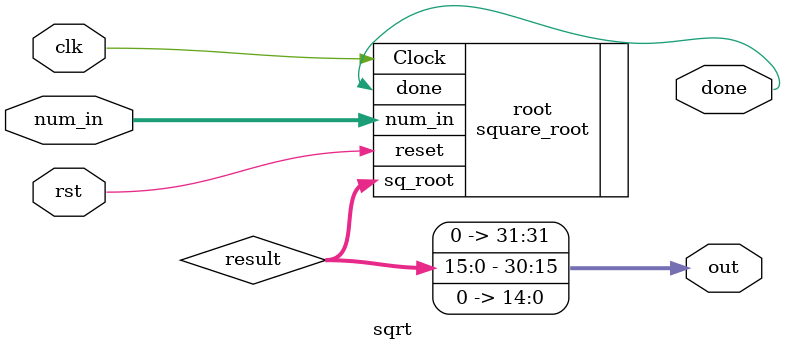
<source format=v>
module sqrt
    #(parameter WIDTH = 32, FRAC_WIDTH = 30)
    (
        input clk,
        input rst,
        input [WIDTH-1:0] num_in,
        output reg done,
        output reg [WIDTH-1:0] out
    );

    reg[WIDTH/2 - 1: 0] result;

    square_root #(WIDTH) root(.Clock(clk), 
                            .reset(rst), 
                            .num_in(num_in),
                            .done(done),
                            .sq_root(result));
    
    always @* 
    begin
        out = result << (FRAC_WIDTH / 2);
    end

endmodule
</source>
